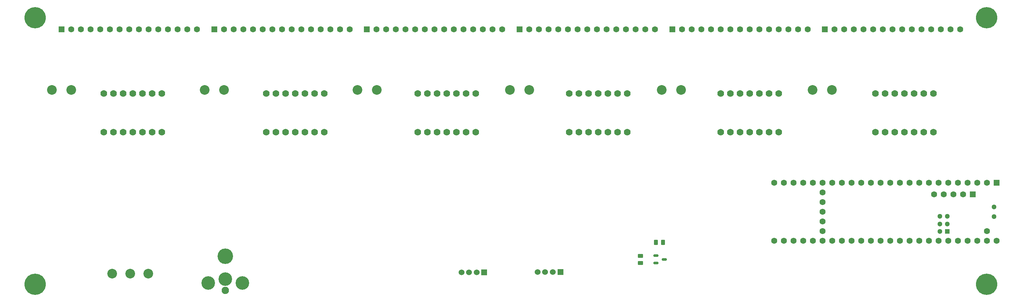
<source format=gts>
%TF.GenerationSoftware,KiCad,Pcbnew,7.0.2-6a45011f42~172~ubuntu22.04.1*%
%TF.CreationDate,2023-06-12T08:58:01-07:00*%
%TF.ProjectId,arena,6172656e-612e-46b6-9963-61645f706362,rev?*%
%TF.SameCoordinates,Original*%
%TF.FileFunction,Soldermask,Top*%
%TF.FilePolarity,Negative*%
%FSLAX46Y46*%
G04 Gerber Fmt 4.6, Leading zero omitted, Abs format (unit mm)*
G04 Created by KiCad (PCBNEW 7.0.2-6a45011f42~172~ubuntu22.04.1) date 2023-06-12 08:58:01*
%MOMM*%
%LPD*%
G01*
G04 APERTURE LIST*
G04 Aperture macros list*
%AMRoundRect*
0 Rectangle with rounded corners*
0 $1 Rounding radius*
0 $2 $3 $4 $5 $6 $7 $8 $9 X,Y pos of 4 corners*
0 Add a 4 corners polygon primitive as box body*
4,1,4,$2,$3,$4,$5,$6,$7,$8,$9,$2,$3,0*
0 Add four circle primitives for the rounded corners*
1,1,$1+$1,$2,$3*
1,1,$1+$1,$4,$5*
1,1,$1+$1,$6,$7*
1,1,$1+$1,$8,$9*
0 Add four rect primitives between the rounded corners*
20,1,$1+$1,$2,$3,$4,$5,0*
20,1,$1+$1,$4,$5,$6,$7,0*
20,1,$1+$1,$6,$7,$8,$9,0*
20,1,$1+$1,$8,$9,$2,$3,0*%
G04 Aperture macros list end*
%ADD10C,2.540000*%
%ADD11R,1.600000X1.600000*%
%ADD12C,1.600000*%
%ADD13C,1.778000*%
%ADD14C,3.556000*%
%ADD15C,1.930400*%
%ADD16C,4.064000*%
%ADD17R,1.524000X1.524000*%
%ADD18C,1.524000*%
%ADD19C,5.600000*%
%ADD20R,1.300000X1.300000*%
%ADD21C,1.300000*%
%ADD22RoundRect,0.250000X-0.262500X-0.450000X0.262500X-0.450000X0.262500X0.450000X-0.262500X0.450000X0*%
%ADD23RoundRect,0.250000X0.450000X-0.262500X0.450000X0.262500X-0.450000X0.262500X-0.450000X-0.262500X0*%
%ADD24RoundRect,0.150000X-0.512500X-0.150000X0.512500X-0.150000X0.512500X0.150000X-0.512500X0.150000X0*%
G04 APERTURE END LIST*
D10*
%TO.C,C1*%
X49460000Y-74000000D03*
X54540000Y-74000000D03*
%TD*%
%TO.C,C2*%
X89530200Y-74000000D03*
X94610200Y-74000000D03*
%TD*%
%TO.C,C3*%
X129680200Y-74000000D03*
X134760200Y-74000000D03*
%TD*%
%TO.C,C4*%
X169710000Y-74000000D03*
X174790000Y-74000000D03*
%TD*%
%TO.C,C5*%
X209630200Y-74000000D03*
X214710200Y-74000000D03*
%TD*%
D11*
%TO.C,P1*%
X51970000Y-58100000D03*
D12*
X54510000Y-58100000D03*
X57050000Y-58100000D03*
X59590000Y-58100000D03*
X62130000Y-58100000D03*
X64670000Y-58100000D03*
X67210000Y-58100000D03*
X69750000Y-58100000D03*
X72290000Y-58100000D03*
X74830000Y-58100000D03*
X77370000Y-58100000D03*
X79910000Y-58100000D03*
X82450000Y-58100000D03*
X84990000Y-58100000D03*
X87530000Y-58100000D03*
%TD*%
D11*
%TO.C,P2*%
X92070000Y-58100000D03*
D12*
X94610000Y-58100000D03*
X97150000Y-58100000D03*
X99690000Y-58100000D03*
X102230000Y-58100000D03*
X104770000Y-58100000D03*
X107310000Y-58100000D03*
X109850000Y-58100000D03*
X112390000Y-58100000D03*
X114930000Y-58100000D03*
X117470000Y-58100000D03*
X120010000Y-58100000D03*
X122550000Y-58100000D03*
X125090000Y-58100000D03*
X127630000Y-58100000D03*
%TD*%
D11*
%TO.C,P3*%
X132170000Y-58100000D03*
D12*
X134710000Y-58100000D03*
X137250000Y-58100000D03*
X139790000Y-58100000D03*
X142330000Y-58100000D03*
X144870000Y-58100000D03*
X147410000Y-58100000D03*
X149950000Y-58100000D03*
X152490000Y-58100000D03*
X155030000Y-58100000D03*
X157570000Y-58100000D03*
X160110000Y-58100000D03*
X162650000Y-58100000D03*
X165190000Y-58100000D03*
X167730000Y-58100000D03*
%TD*%
D11*
%TO.C,P4*%
X172270000Y-58100000D03*
D12*
X174810000Y-58100000D03*
X177350000Y-58100000D03*
X179890000Y-58100000D03*
X182430000Y-58100000D03*
X184970000Y-58100000D03*
X187510000Y-58100000D03*
X190050000Y-58100000D03*
X192590000Y-58100000D03*
X195130000Y-58100000D03*
X197670000Y-58100000D03*
X200210000Y-58100000D03*
X202750000Y-58100000D03*
X205290000Y-58100000D03*
X207830000Y-58100000D03*
%TD*%
D11*
%TO.C,P5*%
X212370000Y-58100000D03*
D12*
X214910000Y-58100000D03*
X217450000Y-58100000D03*
X219990000Y-58100000D03*
X222530000Y-58100000D03*
X225070000Y-58100000D03*
X227610000Y-58100000D03*
X230150000Y-58100000D03*
X232690000Y-58100000D03*
X235230000Y-58100000D03*
X237770000Y-58100000D03*
X240310000Y-58100000D03*
X242850000Y-58100000D03*
X245390000Y-58100000D03*
X247930000Y-58100000D03*
%TD*%
D11*
%TO.C,P6*%
X252470000Y-58100000D03*
D12*
X255010000Y-58100000D03*
X257550000Y-58100000D03*
X260090000Y-58100000D03*
X262630000Y-58100000D03*
X265170000Y-58100000D03*
X267710000Y-58100000D03*
X270250000Y-58100000D03*
X272790000Y-58100000D03*
X275330000Y-58100000D03*
X277870000Y-58100000D03*
X280410000Y-58100000D03*
X282950000Y-58100000D03*
X285490000Y-58100000D03*
X288030000Y-58100000D03*
%TD*%
D10*
%TO.C,SW1*%
X65250200Y-122200000D03*
X70000000Y-122200000D03*
X74749800Y-122200000D03*
%TD*%
D13*
%TO.C,U1*%
X63060000Y-85080000D03*
X65600000Y-85080000D03*
X68140000Y-85080000D03*
X70680000Y-85080000D03*
X73220000Y-85080000D03*
X75760000Y-85080000D03*
X78300000Y-85080000D03*
X78300000Y-74920000D03*
X75760000Y-74920000D03*
X73220000Y-74920000D03*
X70680000Y-74920000D03*
X68140000Y-74920000D03*
X65600000Y-74920000D03*
X63060000Y-74920000D03*
%TD*%
%TO.C,U2*%
X225120000Y-85080000D03*
X227660000Y-85080000D03*
X230200000Y-85080000D03*
X232740000Y-85080000D03*
X235280000Y-85080000D03*
X237820000Y-85080000D03*
X240360000Y-85080000D03*
X240360000Y-74920000D03*
X237820000Y-74920000D03*
X235280000Y-74920000D03*
X232740000Y-74920000D03*
X230200000Y-74920000D03*
X227660000Y-74920000D03*
X225120000Y-74920000D03*
%TD*%
%TO.C,U3*%
X105740000Y-85080000D03*
X108280000Y-85080000D03*
X110820000Y-85080000D03*
X113360000Y-85080000D03*
X115900000Y-85080000D03*
X118440000Y-85080000D03*
X120980000Y-85080000D03*
X120980000Y-74920000D03*
X118440000Y-74920000D03*
X115900000Y-74920000D03*
X113360000Y-74920000D03*
X110820000Y-74920000D03*
X108280000Y-74920000D03*
X105740000Y-74920000D03*
%TD*%
%TO.C,U4*%
X145560000Y-85080000D03*
X148100000Y-85080000D03*
X150640000Y-85080000D03*
X153180000Y-85080000D03*
X155720000Y-85080000D03*
X158260000Y-85080000D03*
X160800000Y-85080000D03*
X160800000Y-74920000D03*
X158260000Y-74920000D03*
X155720000Y-74920000D03*
X153180000Y-74920000D03*
X150640000Y-74920000D03*
X148100000Y-74920000D03*
X145560000Y-74920000D03*
%TD*%
%TO.C,U5*%
X185300000Y-85080000D03*
X187840000Y-85080000D03*
X190380000Y-85080000D03*
X192920000Y-85080000D03*
X195460000Y-85080000D03*
X198000000Y-85080000D03*
X200540000Y-85080000D03*
X200540000Y-74920000D03*
X198000000Y-74920000D03*
X195460000Y-74920000D03*
X192920000Y-74920000D03*
X190380000Y-74920000D03*
X187840000Y-74920000D03*
X185300000Y-74920000D03*
%TD*%
%TO.C,U6*%
X265790000Y-85080000D03*
X268330000Y-85080000D03*
X270870000Y-85080000D03*
X273410000Y-85080000D03*
X275950000Y-85080000D03*
X278490000Y-85080000D03*
X281030000Y-85080000D03*
X281030000Y-74920000D03*
X278490000Y-74920000D03*
X275950000Y-74920000D03*
X273410000Y-74920000D03*
X270870000Y-74920000D03*
X268330000Y-74920000D03*
X265790000Y-74920000D03*
%TD*%
D14*
%TO.C,J1*%
X99495800Y-124670000D03*
D15*
X95000000Y-126676600D03*
D14*
X90504200Y-124670000D03*
D16*
X95000000Y-117685000D03*
D14*
X95000000Y-123679400D03*
%TD*%
D17*
%TO.C,J2*%
X163000000Y-121880000D03*
D18*
X161000000Y-121880000D03*
X159000000Y-121880000D03*
X157000000Y-121880000D03*
%TD*%
D19*
%TO.C,H1*%
X45000000Y-55000000D03*
%TD*%
%TO.C,H2*%
X45000000Y-125000000D03*
%TD*%
%TO.C,H4*%
X295000000Y-55000000D03*
%TD*%
D11*
%TO.C,U7*%
X297610000Y-98368400D03*
D12*
X295070000Y-98368400D03*
X292530000Y-98368400D03*
X289990000Y-98368400D03*
X287450000Y-98368400D03*
X284910000Y-98368400D03*
X282370000Y-98368400D03*
X279830000Y-98368400D03*
X277290000Y-98368400D03*
X274750000Y-98368400D03*
X272210000Y-98368400D03*
X269670000Y-98368400D03*
X267130000Y-98368400D03*
X264590000Y-98368400D03*
X262050000Y-98368400D03*
X259510000Y-98368400D03*
X256970000Y-98368400D03*
X254430000Y-98368400D03*
X251890000Y-98368400D03*
X249350000Y-98368400D03*
X246810000Y-98368400D03*
X244270000Y-98368400D03*
X241730000Y-98368400D03*
X239190000Y-98368400D03*
X239190000Y-113608400D03*
X241730000Y-113608400D03*
X244270000Y-113608400D03*
X246810000Y-113608400D03*
X249350000Y-113608400D03*
X251890000Y-113608400D03*
X254430000Y-113608400D03*
X256970000Y-113608400D03*
X259510000Y-113608400D03*
X262050000Y-113608400D03*
X264590000Y-113608400D03*
X267130000Y-113608400D03*
X269670000Y-113608400D03*
X272210000Y-113608400D03*
X274750000Y-113608400D03*
X277290000Y-113608400D03*
X279830000Y-113608400D03*
X282370000Y-113608400D03*
X284910000Y-113608400D03*
X287450000Y-113608400D03*
X289990000Y-113608400D03*
X292530000Y-113608400D03*
X295070000Y-113608400D03*
X297610000Y-113608400D03*
X295070000Y-111068400D03*
X251890000Y-100908400D03*
X251890000Y-103448400D03*
X251890000Y-105988400D03*
X251890000Y-108528400D03*
X251890000Y-111068400D03*
D11*
X291310800Y-101419200D03*
D12*
X288770800Y-101419200D03*
X286230800Y-101419200D03*
X283690800Y-101419200D03*
X281150800Y-101419200D03*
D20*
X284640000Y-111170000D03*
D21*
X284640000Y-109170000D03*
X284640000Y-107170000D03*
X282640000Y-107170000D03*
X282640000Y-109170000D03*
X282640000Y-111170000D03*
X296880000Y-107258400D03*
X296880000Y-104718400D03*
%TD*%
D19*
%TO.C,H3*%
X295000000Y-125000000D03*
%TD*%
D17*
%TO.C,J3*%
X183000000Y-121850000D03*
D18*
X181000000Y-121850000D03*
X179000000Y-121850000D03*
X177000000Y-121850000D03*
%TD*%
D22*
%TO.C,R1*%
X208087500Y-114000000D03*
X209912500Y-114000000D03*
%TD*%
D10*
%TO.C,C6*%
X249260000Y-74000000D03*
X254340000Y-74000000D03*
%TD*%
D23*
%TO.C,R2*%
X204000000Y-119412500D03*
X204000000Y-117587500D03*
%TD*%
D24*
%TO.C,Q2*%
X208052500Y-117530000D03*
X208052500Y-119430000D03*
X210327500Y-118480000D03*
%TD*%
M02*

</source>
